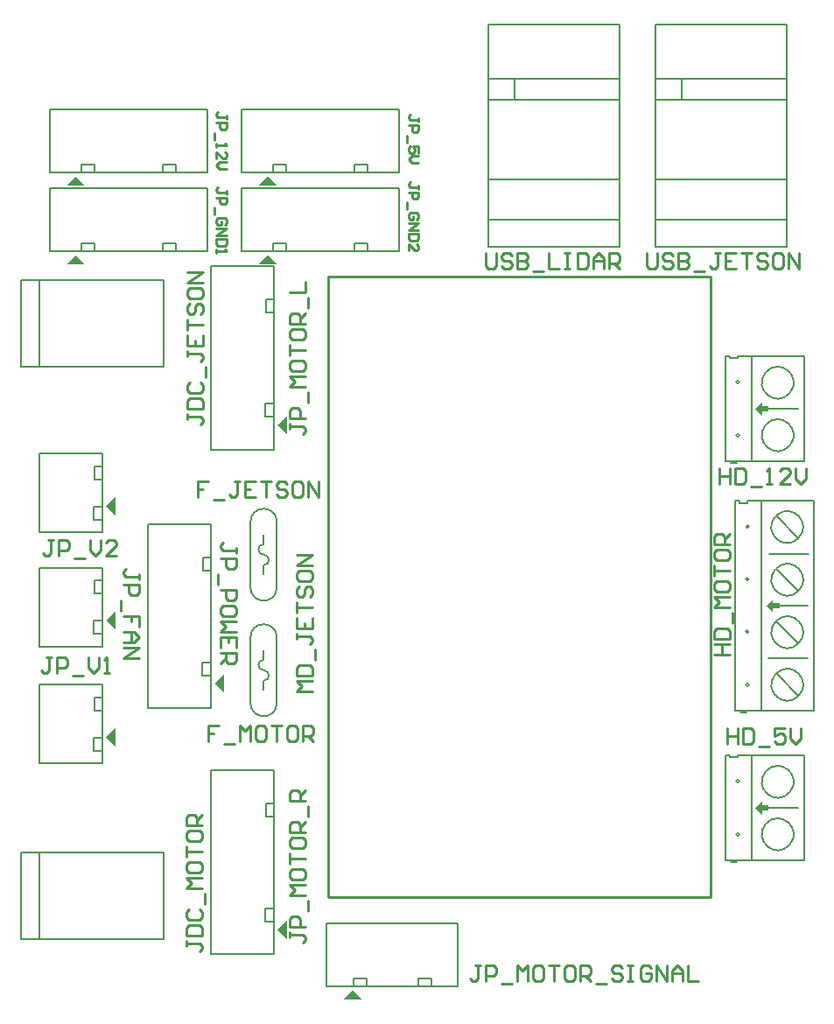
<source format=gto>
G04*
G04 #@! TF.GenerationSoftware,Altium Limited,Altium Designer,19.0.4 (130)*
G04*
G04 Layer_Color=65535*
%FSTAX24Y24*%
%MOIN*%
G70*
G01*
G75*
%ADD10C,0.0070*%
%ADD11C,0.0050*%
%ADD12C,0.0100*%
G36*
X029845Y025495D02*
Y026205D01*
X029495Y025855D01*
X029485D01*
X029845Y025495D01*
D02*
G37*
G36*
Y029945D02*
Y030655D01*
X029495Y030305D01*
X029485D01*
X029845Y029945D01*
D02*
G37*
G36*
X033995Y027545D02*
Y028255D01*
X033645Y027905D01*
X033635D01*
X033995Y027545D01*
D02*
G37*
G36*
X036395Y018174D02*
Y018884D01*
X036045Y018534D01*
X036035D01*
X036395Y018174D01*
D02*
G37*
G36*
X038545Y015855D02*
X039255D01*
X038905Y016205D01*
Y016215D01*
X038545Y015855D01*
D02*
G37*
G36*
X054232Y02315D02*
X054482Y0229D01*
Y02305D01*
X054732D01*
Y02325D01*
X054482D01*
Y0234D01*
X054232Y02315D01*
D02*
G37*
G36*
X054646Y030846D02*
X054896Y030596D01*
Y030746D01*
X055146D01*
Y030946D01*
X054896D01*
Y031096D01*
X054646Y030846D01*
D02*
G37*
G36*
X035666Y047205D02*
X036016Y046855D01*
X035306D01*
X035666Y047215D01*
Y047205D01*
D02*
G37*
G36*
X028355D02*
X028705Y046855D01*
X027995D01*
X028355Y047215D01*
Y047205D01*
D02*
G37*
G36*
X035666Y044205D02*
X036016Y043855D01*
X035306D01*
X035666Y044215D01*
Y044205D01*
D02*
G37*
G36*
X028355D02*
X028705Y043855D01*
X027995D01*
X028355Y044215D01*
Y044205D01*
D02*
G37*
G36*
X054482Y03845D02*
X054732D01*
Y03825D01*
X054482D01*
Y0381D01*
X054232Y03835D01*
X054482Y0386D01*
Y03845D01*
D02*
G37*
G36*
X036395Y037395D02*
X036035Y037755D01*
X036045D01*
X036395Y038105D01*
Y037395D01*
D02*
G37*
G36*
X029845Y034295D02*
X029485Y034655D01*
X029495D01*
X029845Y035005D01*
Y034295D01*
D02*
G37*
D10*
X035Y03155D02*
G03*
X036Y03155I0005J0D01*
G01*
Y03405D02*
G03*
X035Y03405I-0005J0D01*
G01*
X036Y02965D02*
G03*
X035Y02965I-0005J0D01*
G01*
Y02715D02*
G03*
X036Y02715I0005J0D01*
G01*
X054619Y039737D02*
G03*
X054631Y039751I000463J-000387D01*
G01*
X053626Y03735D02*
G03*
X053626Y03735I-000064J0D01*
G01*
X053616Y03937D02*
G03*
X053616Y03937I-000064J0D01*
G01*
X05462Y037738D02*
G03*
X054631Y037751I000462J-000388D01*
G01*
X054985Y028236D02*
G03*
X055045Y028298I000461J-00039D01*
G01*
X05398Y029866D02*
G03*
X05398Y029866I-000064J0D01*
G01*
X05399Y027846D02*
G03*
X05399Y027846I-000064J0D01*
G01*
X054991Y030244D02*
G03*
X055045Y030298I000454J-000398D01*
G01*
X054986Y032239D02*
G03*
X055044Y032298I000459J-000392D01*
G01*
X05398Y031866D02*
G03*
X05398Y031866I-000064J0D01*
G01*
X054984Y034248D02*
G03*
X055043Y034307I000456J-000396D01*
G01*
X054Y033872D02*
G03*
X054Y033872I-000064J0D01*
G01*
X054619Y024537D02*
G03*
X054631Y024551I000463J-000387D01*
G01*
X053626Y02215D02*
G03*
X053626Y02215I-000064J0D01*
G01*
X053616Y02417D02*
G03*
X053616Y02417I-000064J0D01*
G01*
X05462Y022538D02*
G03*
X054631Y022551I000462J-000388D01*
G01*
X035Y03155D02*
Y03405D01*
X036Y03155D02*
Y03405D01*
Y02715D02*
Y02965D01*
X035Y02715D02*
Y02965D01*
X04407Y05092D02*
X04906D01*
X04407Y04708D02*
X04906D01*
X04408Y04556D02*
X04907D01*
X04407Y05012D02*
X04906D01*
X04407Y04451D02*
Y04905D01*
X04405Y05298D02*
X04407Y04905D01*
X04405Y05298D02*
X04906D01*
X04407Y04451D02*
X04906D01*
Y05298D01*
X04506Y05012D02*
Y05092D01*
X05044D02*
X05543D01*
X05044Y04708D02*
X05543D01*
X05045Y04556D02*
X05544D01*
X05044Y05012D02*
X05543D01*
X05044Y04451D02*
Y04905D01*
X05042Y05298D02*
X05044Y04905D01*
X05042Y05298D02*
X05543D01*
X05044Y04451D02*
X05543D01*
Y05298D01*
X05143Y05012D02*
Y05092D01*
X040661Y04535D02*
Y04675D01*
X034661Y04435D02*
Y04675D01*
Y04435D02*
X040661D01*
Y04535D01*
X034661Y04675D02*
X040661D01*
X035871Y04436D02*
Y04466D01*
X036371D01*
Y04436D02*
Y04466D01*
X038961Y04437D02*
Y04467D01*
X039461D01*
Y04437D02*
Y04467D01*
X0419Y01637D02*
Y01667D01*
X0414D02*
X0419D01*
X0414Y01637D02*
Y01667D01*
X03942Y01635D02*
Y01665D01*
X03892D02*
X03942D01*
X03892Y01635D02*
Y01665D01*
X0379Y01875D02*
X0429D01*
Y01635D02*
Y01735D01*
X0379Y01635D02*
X0429D01*
X0379D02*
Y01875D01*
X0429Y01735D02*
Y01875D01*
X056082Y03635D02*
Y04035D01*
X054362Y03835D02*
X055872D01*
X053282Y03629D02*
X053532D01*
X053082Y03635D02*
X054582D01*
X053082D02*
Y04035D01*
X053262D01*
Y0403D02*
Y04035D01*
Y0403D02*
X053572D01*
Y04035D01*
X056082D01*
X054582Y03635D02*
X056082D01*
X054082Y03637D02*
Y04034D01*
X055016Y028276D02*
X055866Y027426D01*
X054446Y026846D02*
Y034846D01*
X054946Y026846D02*
X056446D01*
X053936Y034846D02*
X056446D01*
X053936Y034746D02*
Y034846D01*
X053626Y034746D02*
X053936D01*
X053626D02*
Y034846D01*
X053446D02*
X053626D01*
X053446Y026846D02*
Y034846D01*
Y026846D02*
X054946D01*
X053646Y026786D02*
X053896D01*
X054726Y028866D02*
X056236D01*
X055021Y030271D02*
X055866Y029426D01*
X056446Y026846D02*
Y034846D01*
X055021Y032271D02*
X055861Y031431D01*
X055046Y030846D02*
X056236D01*
X055011Y034281D02*
X055856Y033436D01*
X054746Y032826D02*
X056256D01*
X03558Y023319D02*
X03588D01*
X03558Y022819D02*
Y023319D01*
Y022819D02*
X03588D01*
X03557Y019329D02*
X03587D01*
X03557Y018829D02*
Y019329D01*
Y018829D02*
X03587D01*
X0335Y024579D02*
X0349D01*
X0335Y017579D02*
X0359D01*
Y024579D01*
X0349D02*
X0359D01*
X0335Y017579D02*
Y024579D01*
X03558Y04254D02*
X03588D01*
X03558Y04204D02*
Y04254D01*
Y04204D02*
X03588D01*
X03557Y03855D02*
X03587D01*
X03557Y03805D02*
Y03855D01*
Y03805D02*
X03587D01*
X0335Y0438D02*
X0349D01*
X0335Y0368D02*
X0359D01*
Y0438D01*
X0349D02*
X0359D01*
X0335Y0368D02*
Y0438D01*
X02906Y03616D02*
X02936D01*
X02906Y03566D02*
Y03616D01*
Y03566D02*
X02936D01*
X02904Y03464D02*
X02934D01*
X02904Y03414D02*
Y03464D01*
Y03414D02*
X02934D01*
X02695Y03365D02*
Y03665D01*
X02935D01*
Y03365D02*
Y03665D01*
X02695Y03365D02*
X02935D01*
X056082Y02115D02*
Y02515D01*
X054362Y02315D02*
X055872D01*
X053282Y02109D02*
X053532D01*
X053082Y02115D02*
X054582D01*
X053082D02*
Y02515D01*
X053262D01*
Y0251D02*
Y02515D01*
Y0251D02*
X053572D01*
Y02515D01*
X056082D01*
X054582Y02115D02*
X056082D01*
X054082Y02117D02*
Y02514D01*
X02906Y02736D02*
X02936D01*
X02906Y02686D02*
Y02736D01*
Y02686D02*
X02936D01*
X02904Y02584D02*
X02934D01*
X02904Y02534D02*
Y02584D01*
Y02534D02*
X02934D01*
X02695Y02485D02*
Y02785D01*
X02935D01*
Y02485D02*
Y02785D01*
X02695Y02485D02*
X02935D01*
X02906Y03181D02*
X02936D01*
X02906Y03131D02*
Y03181D01*
Y03131D02*
X02936D01*
X02904Y03029D02*
X02934D01*
X02904Y02979D02*
Y03029D01*
Y02979D02*
X02934D01*
X02695Y0293D02*
Y0323D01*
X02935D01*
Y0293D02*
Y0323D01*
X02695Y0293D02*
X02935D01*
X03318Y03269D02*
X03348D01*
X03318Y03219D02*
Y03269D01*
Y03219D02*
X03348D01*
X03317Y0287D02*
X03347D01*
X03317Y0282D02*
Y0287D01*
Y0282D02*
X03347D01*
X0311Y03395D02*
X0325D01*
X0311Y02695D02*
X0335D01*
Y03395D01*
X0325D02*
X0335D01*
X0311Y02695D02*
Y03395D01*
X03335Y04835D02*
Y04975D01*
X02735Y04735D02*
Y04975D01*
Y04735D02*
X03335D01*
Y04835D01*
X02735Y04975D02*
X03335D01*
X02856Y04736D02*
Y04766D01*
X02906D01*
Y04736D02*
Y04766D01*
X03165Y04737D02*
Y04767D01*
X03215D01*
Y04737D02*
Y04767D01*
X03335Y04535D02*
Y04675D01*
X02735Y04435D02*
Y04675D01*
Y04435D02*
X03335D01*
Y04535D01*
X02735Y04675D02*
X03335D01*
X02856Y04436D02*
Y04466D01*
X02906D01*
Y04436D02*
Y04466D01*
X03165Y04437D02*
Y04467D01*
X03215D01*
Y04437D02*
Y04467D01*
X040661Y04835D02*
Y04975D01*
X034661Y04735D02*
Y04975D01*
Y04735D02*
X040661D01*
Y04835D01*
X034661Y04975D02*
X040661D01*
X035871Y04736D02*
Y04766D01*
X036371D01*
Y04736D02*
Y04766D01*
X038961Y04737D02*
Y04767D01*
X039461D01*
Y04737D02*
Y04767D01*
X02625Y01815D02*
Y02145D01*
X0317Y01815D02*
Y02145D01*
X02625D02*
X0317D01*
X02625Y01815D02*
X0317D01*
X02695D02*
Y02145D01*
X02625Y03995D02*
Y04325D01*
X0317Y03995D02*
Y04325D01*
X02625D02*
X0317D01*
X02625Y03995D02*
X0317D01*
X02695D02*
Y04325D01*
D11*
X0355Y0332D02*
G03*
X0355Y0328I0J-0002D01*
G01*
Y0324D02*
G03*
X0355Y0328I0J0002D01*
G01*
Y028D02*
G03*
X0355Y0284I0J0002D01*
G01*
Y0288D02*
G03*
X0355Y0284I0J-0002D01*
G01*
Y03205D02*
Y0324D01*
Y0332D02*
Y03355D01*
Y0288D02*
Y02915D01*
Y02765D02*
Y028D01*
D12*
X052511Y01976D02*
Y043382D01*
X037944Y01976D02*
X052511D01*
X037944D02*
Y043382D01*
X037944Y043382D02*
X052511D01*
X0338Y0263D02*
X0334D01*
Y026D01*
X0336D01*
X0334D01*
Y0257D01*
X034Y0256D02*
X0344D01*
X0346Y0257D02*
Y0263D01*
X0348Y0261D01*
X034999Y0263D01*
Y0257D01*
X035499Y0263D02*
X035299D01*
X035199Y0262D01*
Y0258D01*
X035299Y0257D01*
X035499D01*
X035599Y0258D01*
Y0262D01*
X035499Y0263D01*
X035799D02*
X036199D01*
X035999D01*
Y0257D01*
X036699Y0263D02*
X036499D01*
X036399Y0262D01*
Y0258D01*
X036499Y0257D01*
X036699D01*
X036799Y0258D01*
Y0262D01*
X036699Y0263D01*
X036999Y0257D02*
Y0263D01*
X037299D01*
X037399Y0262D01*
Y026D01*
X037299Y0259D01*
X036999D01*
X037199D02*
X037399Y0257D01*
X0334Y0356D02*
X033D01*
Y0353D01*
X0332D01*
X033D01*
Y035D01*
X0336Y0349D02*
X034D01*
X034599Y0356D02*
X0344D01*
X0345D01*
Y0351D01*
X0344Y035D01*
X0343D01*
X0342Y0351D01*
X035199Y0356D02*
X034799D01*
Y035D01*
X035199D01*
X034799Y0353D02*
X034999D01*
X035399Y0356D02*
X035799D01*
X035599D01*
Y035D01*
X036399Y0355D02*
X036299Y0356D01*
X036099D01*
X035999Y0355D01*
Y0354D01*
X036099Y0353D01*
X036299D01*
X036399Y0352D01*
Y0351D01*
X036299Y035D01*
X036099D01*
X035999Y0351D01*
X036899Y0356D02*
X036699D01*
X036599Y0355D01*
Y0351D01*
X036699Y035D01*
X036899D01*
X036999Y0351D01*
Y0355D01*
X036899Y0356D01*
X037199Y035D02*
Y0356D01*
X037599Y035D01*
Y0356D01*
X04395Y0443D02*
Y0438D01*
X04405Y0437D01*
X04425D01*
X04435Y0438D01*
Y0443D01*
X04495Y0442D02*
X04485Y0443D01*
X04465D01*
X04455Y0442D01*
Y0441D01*
X04465Y044D01*
X04485D01*
X04495Y0439D01*
Y0438D01*
X04485Y0437D01*
X04465D01*
X04455Y0438D01*
X04515Y0443D02*
Y0437D01*
X04545D01*
X045549Y0438D01*
Y0439D01*
X04545Y044D01*
X04515D01*
X04545D01*
X045549Y0441D01*
Y0442D01*
X04545Y0443D01*
X04515D01*
X045749Y0436D02*
X046149D01*
X046349Y0443D02*
Y0437D01*
X046749D01*
X046949Y0443D02*
X047149D01*
X047049D01*
Y0437D01*
X046949D01*
X047149D01*
X047449Y0443D02*
Y0437D01*
X047749D01*
X047849Y0438D01*
Y0442D01*
X047749Y0443D01*
X047449D01*
X048049Y0437D02*
Y0441D01*
X048249Y0443D01*
X048449Y0441D01*
Y0437D01*
Y044D01*
X048049D01*
X048648Y0437D02*
Y0443D01*
X048948D01*
X049048Y0442D01*
Y044D01*
X048948Y0439D01*
X048648D01*
X048848D02*
X049048Y0437D01*
X0501Y0443D02*
Y0438D01*
X0502Y0437D01*
X0504D01*
X0505Y0438D01*
Y0443D01*
X0511Y0442D02*
X051Y0443D01*
X0508D01*
X0507Y0442D01*
Y0441D01*
X0508Y044D01*
X051D01*
X0511Y0439D01*
Y0438D01*
X051Y0437D01*
X0508D01*
X0507Y0438D01*
X0513Y0443D02*
Y0437D01*
X0516D01*
X051699Y0438D01*
Y0439D01*
X0516Y044D01*
X0513D01*
X0516D01*
X051699Y0441D01*
Y0442D01*
X0516Y0443D01*
X0513D01*
X051899Y0436D02*
X052299D01*
X052899Y0443D02*
X052699D01*
X052799D01*
Y0438D01*
X052699Y0437D01*
X052599D01*
X052499Y0438D01*
X053499Y0443D02*
X053099D01*
Y0437D01*
X053499D01*
X053099Y044D02*
X053299D01*
X053699Y0443D02*
X054099D01*
X053899D01*
Y0437D01*
X054699Y0442D02*
X054599Y0443D01*
X054399D01*
X054299Y0442D01*
Y0441D01*
X054399Y044D01*
X054599D01*
X054699Y0439D01*
Y0438D01*
X054599Y0437D01*
X054399D01*
X054299Y0438D01*
X055198Y0443D02*
X054998D01*
X054898Y0442D01*
Y0438D01*
X054998Y0437D01*
X055198D01*
X055298Y0438D01*
Y0442D01*
X055198Y0443D01*
X055498Y0437D02*
Y0443D01*
X055898Y0437D01*
Y0443D01*
X041405Y046738D02*
Y046869D01*
Y046803D01*
X041077D01*
X041011Y046869D01*
Y046934D01*
X041077Y047D01*
X041011Y046606D02*
X041405D01*
Y04641D01*
X041339Y046344D01*
X041208D01*
X041143Y04641D01*
Y046606D01*
X040946Y046213D02*
Y04595D01*
X041339Y045557D02*
X041405Y045622D01*
Y045754D01*
X041339Y045819D01*
X041077D01*
X041011Y045754D01*
Y045622D01*
X041077Y045557D01*
X041208D01*
Y045688D01*
X041011Y045426D02*
X041405D01*
X041011Y045163D01*
X041405D01*
Y045032D02*
X041011D01*
Y044835D01*
X041077Y04477D01*
X041339D01*
X041405Y044835D01*
Y045032D01*
X041011Y044376D02*
Y044639D01*
X041274Y044376D01*
X041339D01*
X041405Y044442D01*
Y044573D01*
X041339Y044639D01*
X04375Y01715D02*
X04355D01*
X04365D01*
Y01665D01*
X04355Y01655D01*
X04345D01*
X04335Y01665D01*
X04395Y01655D02*
Y01715D01*
X04425D01*
X04435Y01705D01*
Y01685D01*
X04425Y01675D01*
X04395D01*
X04455Y01645D02*
X044949D01*
X045149Y01655D02*
Y01715D01*
X045349Y01695D01*
X045549Y01715D01*
Y01655D01*
X046049Y01715D02*
X045849D01*
X045749Y01705D01*
Y01665D01*
X045849Y01655D01*
X046049D01*
X046149Y01665D01*
Y01705D01*
X046049Y01715D01*
X046349D02*
X046749D01*
X046549D01*
Y01655D01*
X047249Y01715D02*
X047049D01*
X046949Y01705D01*
Y01665D01*
X047049Y01655D01*
X047249D01*
X047349Y01665D01*
Y01705D01*
X047249Y01715D01*
X047549Y01655D02*
Y01715D01*
X047849D01*
X047949Y01705D01*
Y01685D01*
X047849Y01675D01*
X047549D01*
X047749D02*
X047949Y01655D01*
X048148Y01645D02*
X048548D01*
X049148Y01705D02*
X049048Y01715D01*
X048848D01*
X048748Y01705D01*
Y01695D01*
X048848Y01685D01*
X049048D01*
X049148Y01675D01*
Y01665D01*
X049048Y01655D01*
X048848D01*
X048748Y01665D01*
X049348Y01715D02*
X049548D01*
X049448D01*
Y01655D01*
X049348D01*
X049548D01*
X050248Y01705D02*
X050148Y01715D01*
X049948D01*
X049848Y01705D01*
Y01665D01*
X049948Y01655D01*
X050148D01*
X050248Y01665D01*
Y01685D01*
X050048D01*
X050448Y01655D02*
Y01715D01*
X050848Y01655D01*
Y01715D01*
X051048Y01655D02*
Y01695D01*
X051247Y01715D01*
X051447Y01695D01*
Y01655D01*
Y01685D01*
X051048D01*
X051647Y01715D02*
Y01655D01*
X052047D01*
X0365Y018429D02*
Y018229D01*
Y018329D01*
X037D01*
X0371Y018229D01*
Y018129D01*
X037Y018029D01*
X0371Y018629D02*
X0365D01*
Y018929D01*
X0366Y019028D01*
X0368D01*
X0369Y018929D01*
Y018629D01*
X0372Y019228D02*
Y019628D01*
X0371Y019828D02*
X0365D01*
X0367Y020028D01*
X0365Y020228D01*
X0371D01*
X0365Y020728D02*
Y020528D01*
X0366Y020428D01*
X037D01*
X0371Y020528D01*
Y020728D01*
X037Y020828D01*
X0366D01*
X0365Y020728D01*
Y021028D02*
Y021428D01*
Y021228D01*
X0371D01*
X0365Y021928D02*
Y021728D01*
X0366Y021628D01*
X037D01*
X0371Y021728D01*
Y021928D01*
X037Y022028D01*
X0366D01*
X0365Y021928D01*
X0371Y022227D02*
X0365D01*
Y022527D01*
X0366Y022627D01*
X0368D01*
X0369Y022527D01*
Y022227D01*
Y022427D02*
X0371Y022627D01*
X0372Y022827D02*
Y023227D01*
X0371Y023427D02*
X0365D01*
Y023727D01*
X0366Y023827D01*
X0368D01*
X0369Y023727D01*
Y023427D01*
Y023627D02*
X0371Y023827D01*
X0365Y0378D02*
Y0376D01*
Y0377D01*
X037D01*
X0371Y0376D01*
Y0375D01*
X037Y0374D01*
X0371Y038D02*
X0365D01*
Y0383D01*
X0366Y0384D01*
X0368D01*
X0369Y0383D01*
Y038D01*
X0372Y0386D02*
Y038999D01*
X0371Y039199D02*
X0365D01*
X0367Y039399D01*
X0365Y039599D01*
X0371D01*
X0365Y040099D02*
Y039899D01*
X0366Y039799D01*
X037D01*
X0371Y039899D01*
Y040099D01*
X037Y040199D01*
X0366D01*
X0365Y040099D01*
Y040399D02*
Y040799D01*
Y040599D01*
X0371D01*
X0365Y041299D02*
Y041099D01*
X0366Y040999D01*
X037D01*
X0371Y041099D01*
Y041299D01*
X037Y041399D01*
X0366D01*
X0365Y041299D01*
X0371Y041599D02*
X0365D01*
Y041899D01*
X0366Y041999D01*
X0368D01*
X0369Y041899D01*
Y041599D01*
Y041799D02*
X0371Y041999D01*
X0372Y042198D02*
Y042598D01*
X0365Y042798D02*
X0371D01*
Y043198D01*
X05265Y029D02*
X05325D01*
X05295D01*
Y0294D01*
X05265D01*
X05325D01*
X05265Y0296D02*
X05325D01*
Y0299D01*
X05315Y03D01*
X05275D01*
X05265Y0299D01*
Y0296D01*
X05335Y0302D02*
Y030599D01*
X05325Y030799D02*
X05265D01*
X05285Y030999D01*
X05265Y031199D01*
X05325D01*
X05265Y031699D02*
Y031499D01*
X05275Y031399D01*
X05315D01*
X05325Y031499D01*
Y031699D01*
X05315Y031799D01*
X05275D01*
X05265Y031699D01*
Y031999D02*
Y032399D01*
Y032199D01*
X05325D01*
X05265Y032899D02*
Y032699D01*
X05275Y032599D01*
X05315D01*
X05325Y032699D01*
Y032899D01*
X05315Y032999D01*
X05275D01*
X05265Y032899D01*
X05325Y033199D02*
X05265D01*
Y033499D01*
X05275Y033599D01*
X05295D01*
X05305Y033499D01*
Y033199D01*
Y033399D02*
X05325Y033599D01*
X027482Y03335D02*
X027282D01*
X027382D01*
Y03285D01*
X027282Y03275D01*
X027182D01*
X027082Y03285D01*
X027682Y03275D02*
Y03335D01*
X027982D01*
X028082Y03325D01*
Y03305D01*
X027982Y03295D01*
X027682D01*
X028282Y03265D02*
X028682D01*
X028882Y03335D02*
Y03295D01*
X029082Y03275D01*
X029282Y03295D01*
Y03335D01*
X029882Y03275D02*
X029482D01*
X029882Y03315D01*
Y03325D01*
X029782Y03335D01*
X029582D01*
X029482Y03325D01*
X02742Y02888D02*
X02722D01*
X02732D01*
Y02838D01*
X02722Y02828D01*
X02712D01*
X02702Y02838D01*
X02762Y02828D02*
Y02888D01*
X02792D01*
X02802Y02878D01*
Y02858D01*
X02792Y02848D01*
X02762D01*
X02822Y02818D02*
X028619D01*
X028819Y02888D02*
Y02848D01*
X029019Y02828D01*
X029219Y02848D01*
Y02888D01*
X029419Y02828D02*
X029619D01*
X029519D01*
Y02888D01*
X029419Y02878D01*
X05285Y0361D02*
Y0355D01*
Y0358D01*
X05325D01*
Y0361D01*
Y0355D01*
X05345Y0361D02*
Y0355D01*
X05375D01*
X05385Y0356D01*
Y036D01*
X05375Y0361D01*
X05345D01*
X05405Y0354D02*
X054449D01*
X054649Y0355D02*
X054849D01*
X054749D01*
Y0361D01*
X054649Y036D01*
X055549Y0355D02*
X055149D01*
X055549Y0359D01*
Y036D01*
X055449Y0361D01*
X055249D01*
X055149Y036D01*
X055749Y0361D02*
Y0357D01*
X055949Y0355D01*
X056149Y0357D01*
Y0361D01*
X053146Y02618D02*
Y02558D01*
Y02588D01*
X053546D01*
Y02618D01*
Y02558D01*
X053746Y02618D02*
Y02558D01*
X054045D01*
X054145Y02568D01*
Y02608D01*
X054045Y02618D01*
X053746D01*
X054345Y02548D02*
X054745D01*
X055345Y02618D02*
X054945D01*
Y02588D01*
X055145Y02598D01*
X055245D01*
X055345Y02588D01*
Y02568D01*
X055245Y02558D01*
X055045D01*
X054945Y02568D01*
X055545Y02618D02*
Y02578D01*
X055745Y02558D01*
X055945Y02578D01*
Y02618D01*
X03735Y0276D02*
X03675D01*
X03695Y0278D01*
X03675Y028D01*
X03735D01*
X03675Y0282D02*
X03735D01*
Y0285D01*
X03725Y0286D01*
X03685D01*
X03675Y0285D01*
Y0282D01*
X03745Y0288D02*
Y029199D01*
X03675Y029799D02*
Y029599D01*
Y029699D01*
X03725D01*
X03735Y029599D01*
Y029499D01*
X03725Y029399D01*
X03675Y030399D02*
Y029999D01*
X03735D01*
Y030399D01*
X03705Y029999D02*
Y030199D01*
X03675Y030599D02*
Y030999D01*
Y030799D01*
X03735D01*
X03685Y031599D02*
X03675Y031499D01*
Y031299D01*
X03685Y031199D01*
X03695D01*
X03705Y031299D01*
Y031499D01*
X03715Y031599D01*
X03725D01*
X03735Y031499D01*
Y031299D01*
X03725Y031199D01*
X03675Y032099D02*
Y031899D01*
X03685Y031799D01*
X03725D01*
X03735Y031899D01*
Y032099D01*
X03725Y032199D01*
X03685D01*
X03675Y032099D01*
X03735Y032398D02*
X03675D01*
X03735Y032798D01*
X03675D01*
X03445Y03285D02*
Y03305D01*
Y03295D01*
X03395D01*
X03385Y03305D01*
Y03315D01*
X03395Y03325D01*
X03385Y03265D02*
X03445D01*
Y03235D01*
X03435Y03225D01*
X03415D01*
X03405Y03235D01*
Y03265D01*
X03375Y03205D02*
Y031651D01*
X03385Y031451D02*
X03445D01*
Y031151D01*
X03435Y031051D01*
X03415D01*
X03405Y031151D01*
Y031451D01*
X03445Y030551D02*
Y030751D01*
X03435Y030851D01*
X03395D01*
X03385Y030751D01*
Y030551D01*
X03395Y030451D01*
X03435D01*
X03445Y030551D01*
Y030251D02*
X03385D01*
X03405Y030051D01*
X03385Y029851D01*
X03445D01*
Y029251D02*
Y029651D01*
X03385D01*
Y029251D01*
X03415Y029651D02*
Y029451D01*
X03385Y029051D02*
X03445D01*
Y028751D01*
X03435Y028651D01*
X03415D01*
X03405Y028751D01*
Y029051D01*
Y028851D02*
X03385Y028651D01*
X034094Y046538D02*
Y046669D01*
Y046603D01*
X033766D01*
X0337Y046669D01*
Y046734D01*
X033766Y0468D01*
X0337Y046406D02*
X034094D01*
Y04621D01*
X034028Y046144D01*
X033897D01*
X033831Y04621D01*
Y046406D01*
X033634Y046013D02*
Y04575D01*
X034028Y045357D02*
X034094Y045422D01*
Y045554D01*
X034028Y045619D01*
X033766D01*
X0337Y045554D01*
Y045422D01*
X033766Y045357D01*
X033897D01*
Y045488D01*
X0337Y045226D02*
X034094D01*
X0337Y044963D01*
X034094D01*
Y044832D02*
X0337D01*
Y044635D01*
X033766Y04457D01*
X034028D01*
X034094Y044635D01*
Y044832D01*
X0337Y044439D02*
Y044307D01*
Y044373D01*
X034094D01*
X034028Y044439D01*
X03075Y03185D02*
Y03205D01*
Y03195D01*
X03025D01*
X03015Y03205D01*
Y03215D01*
X03025Y03225D01*
X03015Y03165D02*
X03075D01*
Y03135D01*
X03065Y03125D01*
X03045D01*
X03035Y03135D01*
Y03165D01*
X03005Y03105D02*
Y030651D01*
X03075Y030051D02*
Y030451D01*
X03045D01*
Y030251D01*
Y030451D01*
X03015D01*
Y029851D02*
X03055D01*
X03075Y029651D01*
X03055Y029451D01*
X03015D01*
X03045D01*
Y029851D01*
X03015Y029251D02*
X03075D01*
X03015Y028851D01*
X03075D01*
X034094Y049388D02*
Y049519D01*
Y049453D01*
X033766D01*
X0337Y049519D01*
Y049584D01*
X033766Y04965D01*
X0337Y049256D02*
X034094D01*
Y04906D01*
X034028Y048994D01*
X033897D01*
X033831Y04906D01*
Y049256D01*
X033634Y048863D02*
Y0486D01*
X0337Y048469D02*
Y048338D01*
Y048404D01*
X034094D01*
X034028Y048469D01*
X0337Y047879D02*
Y048141D01*
X033962Y047879D01*
X034028D01*
X034094Y047945D01*
Y048076D01*
X034028Y048141D01*
X034094Y047748D02*
X033831D01*
X0337Y047617D01*
X033831Y047485D01*
X034094D01*
X041405Y049288D02*
Y049419D01*
Y049353D01*
X041077D01*
X041011Y049419D01*
Y049484D01*
X041077Y04955D01*
X041011Y049156D02*
X041405D01*
Y04896D01*
X041339Y048894D01*
X041208D01*
X041143Y04896D01*
Y049156D01*
X040946Y048763D02*
Y0485D01*
X041405Y048107D02*
Y048369D01*
X041208D01*
X041274Y048238D01*
Y048172D01*
X041208Y048107D01*
X041077D01*
X041011Y048172D01*
Y048304D01*
X041077Y048369D01*
X041405Y047976D02*
X041143D01*
X041011Y047845D01*
X041143Y047713D01*
X041405D01*
X03255Y0181D02*
Y0179D01*
Y018D01*
X03305D01*
X03315Y0179D01*
Y0178D01*
X03305Y0177D01*
X03255Y0183D02*
X03315D01*
Y0186D01*
X03305Y0187D01*
X03265D01*
X03255Y0186D01*
Y0183D01*
X03265Y019299D02*
X03255Y0192D01*
Y019D01*
X03265Y0189D01*
X03305D01*
X03315Y019D01*
Y0192D01*
X03305Y019299D01*
X03325Y019499D02*
Y019899D01*
X03315Y020099D02*
X03255D01*
X03275Y020299D01*
X03255Y020499D01*
X03315D01*
X03255Y020999D02*
Y020799D01*
X03265Y020699D01*
X03305D01*
X03315Y020799D01*
Y020999D01*
X03305Y021099D01*
X03265D01*
X03255Y020999D01*
Y021299D02*
Y021699D01*
Y021499D01*
X03315D01*
X03255Y022199D02*
Y021999D01*
X03265Y021899D01*
X03305D01*
X03315Y021999D01*
Y022199D01*
X03305Y022299D01*
X03265D01*
X03255Y022199D01*
X03315Y022498D02*
X03255D01*
Y022798D01*
X03265Y022898D01*
X03285D01*
X03295Y022798D01*
Y022498D01*
Y022698D02*
X03315Y022898D01*
X0326Y03815D02*
Y03795D01*
Y03805D01*
X0331D01*
X0332Y03795D01*
Y03785D01*
X0331Y03775D01*
X0326Y03835D02*
X0332D01*
Y03865D01*
X0331Y03875D01*
X0327D01*
X0326Y03865D01*
Y03835D01*
X0327Y039349D02*
X0326Y03925D01*
Y03905D01*
X0327Y03895D01*
X0331D01*
X0332Y03905D01*
Y03925D01*
X0331Y039349D01*
X0333Y039549D02*
Y039949D01*
X0326Y040549D02*
Y040349D01*
Y040449D01*
X0331D01*
X0332Y040349D01*
Y040249D01*
X0331Y040149D01*
X0326Y041149D02*
Y040749D01*
X0332D01*
Y041149D01*
X0329Y040749D02*
Y040949D01*
X0326Y041349D02*
Y041749D01*
Y041549D01*
X0332D01*
X0327Y042349D02*
X0326Y042249D01*
Y042049D01*
X0327Y041949D01*
X0328D01*
X0329Y042049D01*
Y042249D01*
X033Y042349D01*
X0331D01*
X0332Y042249D01*
Y042049D01*
X0331Y041949D01*
X0326Y042848D02*
Y042648D01*
X0327Y042548D01*
X0331D01*
X0332Y042648D01*
Y042848D01*
X0331Y042948D01*
X0327D01*
X0326Y042848D01*
X0332Y043148D02*
X0326D01*
X0332Y043548D01*
X0326D01*
M02*

</source>
